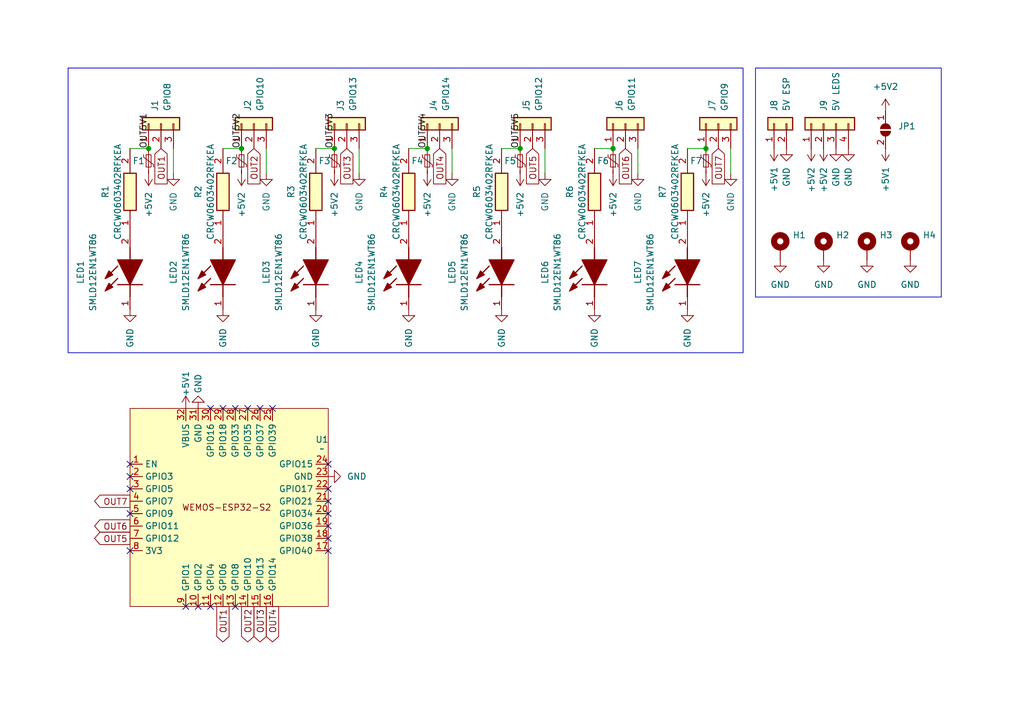
<source format=kicad_sch>
(kicad_sch (version 20231120) (generator "eeschema") (generator_version "8.0")
  (paper "A5")
  (lib_symbols
    (symbol "Connector_Generic:Conn_01x02" (pin_names (offset 1.016) hide)
      (property "Reference" "J" (at 0 2.54 0))
      (property "Value" "Conn_01x02" (at 0 -5.08 0))
      (symbol "Conn_01x02_1_1"
        (rectangle (start -1.27 -2.413) (end 0 -2.667) (stroke (width 0.1524)))
        (rectangle (start -1.27 0.127) (end 0 -0.127) (stroke (width 0.1524)))
        (rectangle (start -1.27 1.27) (end 1.27 -3.81) (stroke (width 0.254)) (fill (type background)))
        (pin passive line (at -5.08 0 0) (length 3.81) (name "Pin_1") (number "1"))
        (pin passive line (at -5.08 -2.54 0) (length 3.81) (name "Pin_2") (number "2"))
      )
    )
    (symbol "Connector_Generic:Conn_01x03" (pin_names (offset 1.016) hide)
      (property "Reference" "J" (at 0 5.08 0))
      (property "Value" "Conn_01x03" (at 0 -5.08 0))
      (symbol "Conn_01x03_1_1"
        (rectangle (start -1.27 -2.413) (end 0 -2.667) (stroke (width 0.1524)))
        (rectangle (start -1.27 0.127) (end 0 -0.127) (stroke (width 0.1524)))
        (rectangle (start -1.27 2.667) (end 0 2.413) (stroke (width 0.1524)))
        (rectangle (start -1.27 3.81) (end 1.27 -3.81) (stroke (width 0.254)) (fill (type background)))
        (pin passive line (at -5.08 2.54 0) (length 3.81) (name "Pin_1") (number "1"))
        (pin passive line (at -5.08 0 0) (length 3.81) (name "Pin_2") (number "2"))
        (pin passive line (at -5.08 -2.54 0) (length 3.81) (name "Pin_3") (number "3"))
      )
    )
    (symbol "Connector_Generic:Conn_01x04" (pin_names (offset 1.016) hide)
      (property "Reference" "J" (at 0 5.08 0))
      (property "Value" "Conn_01x04" (at 0 -7.62 0))
      (symbol "Conn_01x04_1_1"
        (rectangle (start -1.27 -4.953) (end 0 -5.207) (stroke (width 0.1524)))
        (rectangle (start -1.27 -2.413) (end 0 -2.667) (stroke (width 0.1524)))
        (rectangle (start -1.27 0.127) (end 0 -0.127) (stroke (width 0.1524)))
        (rectangle (start -1.27 2.667) (end 0 2.413) (stroke (width 0.1524)))
        (rectangle (start -1.27 3.81) (end 1.27 -6.35) (stroke (width 0.254)) (fill (type background)))
        (pin passive line (at -5.08 2.54 0) (length 3.81) (name "Pin_1") (number "1"))
        (pin passive line (at -5.08 0 0) (length 3.81) (name "Pin_2") (number "2"))
        (pin passive line (at -5.08 -2.54 0) (length 3.81) (name "Pin_3") (number "3"))
        (pin passive line (at -5.08 -5.08 0) (length 3.81) (name "Pin_4") (number "4"))
      )
    )
    (symbol "Device:Polyfuse_Small" (pin_numbers hide) (pin_names (offset 0))
      (property "Reference" "F" (at -1.905 0 90))
      (property "Value" "Polyfuse_Small" (at 1.905 0 90))
      (symbol "Polyfuse_Small_0_1"
        (rectangle (start -0.508 1.27) (end 0.508 -1.27))
        (polyline (pts (xy 0 2.54) (xy 0 -2.54)))
        (polyline (pts (xy -1.016 1.27) (xy -1.016 0.762) (xy 1.016 -0.762) (xy 1.016 -1.27)))
      )
      (symbol "Polyfuse_Small_1_1"
        (pin passive line (at 0 2.54 270) (length 0.635) (name "~") (number "1"))
        (pin passive line (at 0 -2.54 90) (length 0.635) (name "~") (number "2"))
      )
    )
    (symbol "Jumper:SolderJumper_2_Open" (pin_names (offset 0) hide)
      (property "Reference" "JP" (at 0 2.032 0))
      (property "Value" "SolderJumper_2_Open" (at 0 -2.54 0))
      (symbol "SolderJumper_2_Open_0_1"
        (arc (start -0.254 1.016) (mid -1.2656 0) (end -0.254 -1.016))
        (arc (start -0.254 1.016) (mid -1.2656 0) (end -0.254 -1.016) (fill (type outline)))
        (polyline (pts (xy -0.254 1.016) (xy -0.254 -1.016)))
        (polyline (pts (xy 0.254 1.016) (xy 0.254 -1.016)))
        (arc (start 0.254 -1.016) (mid 1.2656 0) (end 0.254 1.016))
        (arc (start 0.254 -1.016) (mid 1.2656 0) (end 0.254 1.016) (fill (type outline)))
      )
      (symbol "SolderJumper_2_Open_1_1"
        (pin passive line (at -3.81 0 0) (length 2.54) (name "A") (number "1"))
        (pin passive line (at 3.81 0 180) (length 2.54) (name "B") (number "2"))
      )
    )
    (symbol "Mechanical:MountingHole_Pad" (pin_numbers hide) (pin_names (offset 1.016) hide)
      (property "Reference" "H" (at 0 6.35 0))
      (property "Value" "MountingHole_Pad" (at 0 4.445 0))
      (symbol "MountingHole_Pad_0_1"
        (circle (center 0 1.27) (radius 1.27) (stroke (width 1.27)))
      )
      (symbol "MountingHole_Pad_1_1"
        (pin input line (at 0 -2.54 90) (length 2.54) (name "1") (number "1"))
      )
    )
    (symbol "Samacsys:CRCW0603402RFKEA" (pin_names hide)
      (property "Reference" "R" (at 13.97 6.35 0))
      (property "Value" "CRCW0603402RFKEA" (at 13.97 3.81 0))
      (symbol "CRCW0603402RFKEA_1_1"
        (rectangle (start 5.08 1.27) (end 12.7 -1.27) (stroke (width 0.254)) (fill (type background)))
        (pin passive line (at 0 0 0) (length 5.08) (name "1") (number "1"))
        (pin passive line (at 17.78 0 180) (length 5.08) (name "2") (number "2"))
      )
    )
    (symbol "Samacsys:SMLD12EN1WT86" (pin_names hide)
      (property "Reference" "LED" (at 12.7 8.89 0))
      (property "Value" "SMLD12EN1WT86" (at 12.7 6.35 0))
      (symbol "SMLD12EN1WT86_1_1"
        (polyline (pts (xy 2.54 0) (xy 5.08 0)) (stroke (width 0.254)))
        (polyline (pts (xy 5.08 2.54) (xy 5.08 -2.54)) (stroke (width 0.254)))
        (polyline (pts (xy 6.35 2.54) (xy 3.81 5.08)) (stroke (width 0.254)))
        (polyline (pts (xy 8.89 2.54) (xy 6.35 5.08)) (stroke (width 0.254)))
        (polyline (pts (xy 10.16 0) (xy 12.7 0)) (stroke (width 0.254)))
        (polyline (pts (xy 5.08 0) (xy 10.16 2.54) (xy 10.16 -2.54) (xy 5.08 0)) (stroke (width 0.254)) (fill (type outline)))
        (polyline (pts (xy 5.334 4.318) (xy 4.572 3.556) (xy 3.81 5.08) (xy 5.334 4.318)) (stroke (width 0.254)) (fill (type outline)))
        (polyline (pts (xy 7.874 4.318) (xy 7.112 3.556) (xy 6.35 5.08) (xy 7.874 4.318)) (stroke (width 0.254)) (fill (type outline)))
        (pin passive line (at 0 0 0) (length 2.54) (name "K") (number "1"))
        (pin passive line (at 15.24 0 180) (length 2.54) (name "A") (number "2"))
      )
    )
    (symbol "WEMOS-ESP32-S2:WEMOS-ESP32-S2"
      (property "Reference" "U" (at 14.986 14.986 0))
      (symbol "WEMOS-ESP32-S2_1_1"
        (rectangle (start -20.32 20.32) (end 20.32 -20.32) (fill (type background)))
        (text "WEMOS-ESP32-S2" (at -0.508 0 0) (effects (font (size 1.27 1.27))))
        (pin input line (at -20.32 8.89 0) (length 2.54) (name "EN") (number "1"))
        (pin input line (at -6.35 -20.32 90) (length 2.54) (name "GPIO2") (number "10"))
        (pin input line (at -3.81 -20.32 90) (length 2.54) (name "GPIO4") (number "11"))
        (pin input line (at -1.27 -20.32 90) (length 2.54) (name "GPIO6") (number "12"))
        (pin input line (at 1.27 -20.32 90) (length 2.54) (name "GPIO8") (number "13"))
        (pin input line (at 3.81 -20.32 90) (length 2.54) (name "GPIO10") (number "14"))
        (pin input line (at 6.35 -20.32 90) (length 2.54) (name "GPIO13") (number "15"))
        (pin input line (at 8.89 -20.32 90) (length 2.54) (name "GPIO14") (number "16"))
        (pin input line (at 20.32 -8.89 180) (length 2.54) (name "GPIO40") (number "17"))
        (pin input line (at 20.32 -6.35 180) (length 2.54) (name "GPIO38") (number "18"))
        (pin input line (at 20.32 -3.81 180) (length 2.54) (name "GPIO36") (number "19"))
        (pin input line (at -20.32 6.35 0) (length 2.54) (name "GPIO3") (number "2"))
        (pin input line (at 20.32 -1.27 180) (length 2.54) (name "GPIO34") (number "20"))
        (pin input line (at 20.32 1.27 180) (length 2.54) (name "GPIO21") (number "21"))
        (pin input line (at 20.32 3.81 180) (length 2.54) (name "GPIO17") (number "22"))
        (pin input line (at 20.32 6.35 180) (length 2.54) (name "GND") (number "23"))
        (pin input line (at 20.32 8.89 180) (length 2.54) (name "GPIO15") (number "24"))
        (pin input line (at 8.89 20.32 270) (length 2.54) (name "GPIO39") (number "25"))
        (pin input line (at 6.35 20.32 270) (length 2.54) (name "GPIO37") (number "26"))
        (pin input line (at 3.81 20.32 270) (length 2.54) (name "GPIO35") (number "27"))
        (pin input line (at 1.27 20.32 270) (length 2.54) (name "GPIO33") (number "28"))
        (pin input line (at -1.27 20.32 270) (length 2.54) (name "GPIO18") (number "29"))
        (pin input line (at -20.32 3.81 0) (length 2.54) (name "GPIO5") (number "3"))
        (pin input line (at -3.81 20.32 270) (length 2.54) (name "GPIO16") (number "30"))
        (pin input line (at -6.35 20.32 270) (length 2.54) (name "GND") (number "31"))
        (pin input line (at -8.89 20.32 270) (length 2.54) (name "VBUS") (number "32"))
        (pin input line (at -20.32 1.27 0) (length 2.54) (name "GPIO7") (number "4"))
        (pin input line (at -20.32 -1.27 0) (length 2.54) (name "GPIO9") (number "5"))
        (pin input line (at -20.32 -3.81 0) (length 2.54) (name "GPIO11") (number "6"))
        (pin input line (at -20.32 -6.35 0) (length 2.54) (name "GPIO12") (number "7"))
        (pin input line (at -20.32 -8.89 0) (length 2.54) (name "3V3") (number "8"))
        (pin input line (at -8.89 -20.32 90) (length 2.54) (name "GPIO1") (number "9"))
      )
    )
    (symbol "power:+5V" (power) (pin_numbers hide) (pin_names (offset 0) hide)
      (property "Value" "+5V" (at 0 3.556 0))
      (symbol "+5V_0_1"
        (polyline (pts (xy -0.762 1.27) (xy 0 2.54)))
        (polyline (pts (xy 0 0) (xy 0 2.54)))
        (polyline (pts (xy 0 2.54) (xy 0.762 1.27)))
      )
      (symbol "+5V_1_1"
        (pin power_in line (at 0 0 90) (length 0) (name "~") (number "1"))
      )
    )
    (symbol "power:GND" (power) (pin_numbers hide) (pin_names (offset 0) hide)
      (property "Value" "GND" (at 0 -3.81 0))
      (symbol "GND_0_1"
        (polyline (pts (xy 0 0) (xy 0 -1.27) (xy 1.27 -1.27) (xy 0 -2.54) (xy -1.27 -1.27) (xy 0 -1.27)))
      )
      (symbol "GND_1_1"
        (pin power_in line (at 0 0 270) (length 0) (name "~") (number "1"))
      )
    )
  )
  (junction (at 106.68 30.48))
  (junction (at 144.78 30.48))
  (junction (at 125.73 30.48))
  (junction (at 68.58 30.48))
  (junction (at 87.63 30.48))
  (junction (at 49.53 30.48))
  (junction (at 30.48 30.48))
  (no_connect (at 43.18 124.46))
  (no_connect (at 26.67 97.79))
  (no_connect (at 67.31 113.03))
  (no_connect (at 50.8 83.82))
  (no_connect (at 26.67 95.25))
  (no_connect (at 45.72 83.82))
  (no_connect (at 55.88 83.82))
  (no_connect (at 53.34 83.82))
  (no_connect (at 67.31 100.33))
  (no_connect (at 67.31 102.87))
  (no_connect (at 67.31 110.49))
  (no_connect (at 26.67 105.41))
  (no_connect (at 67.31 105.41))
  (no_connect (at 48.26 124.46))
  (no_connect (at 26.67 113.03))
  (no_connect (at 48.26 83.82))
  (no_connect (at 67.31 107.95))
  (no_connect (at 40.64 124.46))
  (no_connect (at 26.67 100.33))
  (no_connect (at 43.18 83.82))
  (no_connect (at 38.1 124.46))
  (no_connect (at 67.31 95.25))
  (wire (pts (xy 140.97 30.48) (xy 144.78 30.48)))
  (wire (pts (xy 121.92 30.48) (xy 125.73 30.48)))
  (wire (pts (xy 130.81 35.56) (xy 130.81 30.48)))
  (wire (pts (xy 102.87 30.48) (xy 106.68 30.48)))
  (wire (pts (xy 73.66 35.56) (xy 73.66 30.48)))
  (wire (pts (xy 149.86 35.56) (xy 149.86 30.48)))
  (wire (pts (xy 111.76 35.56) (xy 111.76 30.48)))
  (wire (pts (xy 45.72 30.48) (xy 49.53 30.48)))
  (wire (pts (xy 35.56 35.56) (xy 35.56 30.48)))
  (wire (pts (xy 64.77 30.48) (xy 68.58 30.48)))
  (wire (pts (xy 83.82 30.48) (xy 87.63 30.48)))
  (wire (pts (xy 92.71 35.56) (xy 92.71 30.48)))
  (wire (pts (xy 26.67 30.48) (xy 30.48 30.48)))
  (wire (pts (xy 54.61 35.56) (xy 54.61 30.48)))
  (rectangle (start 154.94 13.97) (end 193.04 60.96))
  (rectangle (start 13.97 13.97) (end 152.4 72.39))
  (label "OUT5V1" (at 30.48 30.48 90))
  (label "OUT5V5" (at 106.68 30.48 90))
  (label "OUT5V3" (at 68.58 30.48 90))
  (label "OUT5V4" (at 87.63 30.48 90))
  (label "OUT5V2" (at 49.53 30.48 90))
  (global_label "OUT2" (shape input) (at 52.07 30.48 270) (property "Intersheetrefs" "${INTERSHEET_REFS}" (effects (hide yes))))
  (global_label "OUT3" (shape output) (at 53.34 124.46 270) (property "Intersheetrefs" "${INTERSHEET_REFS}" (effects (hide yes))))
  (global_label "OUT5" (shape output) (at 26.67 110.49 180) (property "Intersheetrefs" "${INTERSHEET_REFS}" (effects (hide yes))))
  (global_label "OUT1" (shape output) (at 45.72 124.46 270) (property "Intersheetrefs" "${INTERSHEET_REFS}" (effects (hide yes))))
  (global_label "OUT1" (shape input) (at 33.02 30.48 270) (property "Intersheetrefs" "${INTERSHEET_REFS}" (effects (hide yes))))
  (global_label "OUT4" (shape output) (at 55.88 124.46 270) (property "Intersheetrefs" "${INTERSHEET_REFS}" (effects (hide yes))))
  (global_label "OUT3" (shape input) (at 71.12 30.48 270) (property "Intersheetrefs" "${INTERSHEET_REFS}" (effects (hide yes))))
  (global_label "OUT7" (shape input) (at 147.32 30.48 270) (property "Intersheetrefs" "${INTERSHEET_REFS}" (effects (hide yes))))
  (global_label "OUT4" (shape input) (at 90.17 30.48 270) (property "Intersheetrefs" "${INTERSHEET_REFS}" (effects (hide yes))))
  (global_label "OUT7" (shape output) (at 26.67 102.87 180) (property "Intersheetrefs" "${INTERSHEET_REFS}" (effects (hide yes))))
  (global_label "OUT6" (shape input) (at 128.27 30.48 270) (property "Intersheetrefs" "${INTERSHEET_REFS}" (effects (hide yes))))
  (global_label "OUT5" (shape input) (at 109.22 30.48 270) (property "Intersheetrefs" "${INTERSHEET_REFS}" (effects (hide yes))))
  (global_label "OUT2" (shape output) (at 50.8 124.46 270) (property "Intersheetrefs" "${INTERSHEET_REFS}" (effects (hide yes))))
  (global_label "OUT6" (shape output) (at 26.67 107.95 180) (property "Intersheetrefs" "${INTERSHEET_REFS}" (effects (hide yes))))
  (symbol (lib_id "Samacsys:SMLD12EN1WT86") (at 26.67 63.5 90) (unit 1)
    (property "Reference" "LED1" (at 16.51 55.88 0))
    (property "Value" "SMLD12EN1WT86" (at 19.05 55.88 0))
    (property "Footprint" "Samacsys:LEDM168X65N" (effects (hide yes)))
    (property "Datasheet" "https://datasheet.datasheetarchive.com/originals/distributors/Datasheets_SAMA/8f824a900f8c9a143b1c3640e6aee7b7.pdf" (effects (hide yes)))
    (property "Description" "ROHM SMLD12EN1WT86, SMLD12 527 nm Green LED, 1608 (0603) SMD package" (effects (hide yes)))
    (property "Height" "0.65" (effects (hide yes)))
    (property "Mouser Part Number" "755-SMLD12EN1WT86" (effects (hide yes)))
    (property "Mouser Price/Stock" "https://www.mouser.co.uk/ProductDetail/ROHM-Semiconductor/SMLD12EN1WT86?qs=qSfuJ%252Bfl%2Fd4fR%252B9yZydIwg%3D%3D" (effects (hide yes)))
    (property "Manufacturer_Name" "ROHM Semiconductor" (effects (hide yes)))
    (property "Manufacturer_Part_Number" "SMLD12EN1WT86" (effects (hide yes)))
  )
  (symbol (lib_id "Connector_Generic:Conn_01x03") (at 109.22 25.4 90) (unit 1) (in_bom no)
    (property "Reference" "J5" (at 107.9499 22.86 0) (effects (justify left)))
    (property "Value" "GPIO12" (at 110.4899 22.86 0) (effects (justify left)))
    (property "Footprint" "Connectors:Custom solderWire 1x03 with relief" (effects (hide yes)))
    (property "Description" "Generic connector, single row, 01x03, script generated (kicad-library-utils/schlib/autogen/connector/)" (effects (hide yes)))
  )
  (symbol (lib_id "power:+5V") (at 144.78 35.56 180) (unit 1)
    (property "Reference" "#PWR021" (effects (hide yes)))
    (property "Value" "+5V2" (at 144.7799 39.37 90) (effects (justify left)))
    (property "Description" "Power symbol creates a global label with name \"+5V\"" (effects (hide yes)))
  )
  (symbol (lib_id "Mechanical:MountingHole_Pad") (at 186.69 50.8 0) (unit 1) (in_bom no)
    (property "Reference" "H4" (at 189.23 48.2599 0) (effects (justify left)))
    (property "Value" "MountingHole_Pad" (effects (hide yes)))
    (property "Footprint" "MountingHole:MountingHole_3.2mm_M3_ISO14580_Pad" (effects (hide yes)))
    (property "Description" "Mounting Hole with connection" (effects (hide yes)))
  )
  (symbol (lib_id "Device:Polyfuse_Small") (at 106.68 33.02 180) (unit 1)
    (property "Reference" "F5" (at 104.648 33.02 0))
    (property "Value" "Polyfuse_Small" (effects (hide yes)))
    (property "Footprint" "KiCad:1812L010DR" (effects (hide yes)))
    (property "Description" "Resettable fuse, polymeric positive temperature coefficient, small symbol" (effects (hide yes)))
    (property "Mouser Part Number" "652-MF-MSMF260-2 " (effects (hide yes)))
    (property "Manufacturer_Part_Number" "MF-MSMF260-2 " (effects (hide yes)))
  )
  (symbol (lib_id "power:GND") (at 140.97 63.5 0) (unit 1)
    (property "Reference" "#PWR033" (effects (hide yes)))
    (property "Value" "GND" (at 140.9699 67.31 90) (effects (justify right)))
    (property "Description" "Power symbol creates a global label with name \"GND\" , ground" (effects (hide yes)))
  )
  (symbol (lib_id "Samacsys:CRCW0603402RFKEA") (at 26.67 48.26 90) (unit 1)
    (property "Reference" "R1" (at 21.59 39.37 0))
    (property "Value" "CRCW0603402RFKEA" (at 24.13 39.37 0))
    (property "Footprint" "Samacsys:RESC1608X50N" (effects (hide yes)))
    (property "Datasheet" "http://www.vishay.com/docs/20035/dcrcwe3.pdf" (effects (hide yes)))
    (property "Description" "Vishay CRCW Series Thick Film Surface Mount Resistor 0603 Case 402 +/-1% 0.1W +/-100ppm/C" (effects (hide yes)))
    (property "Height" "0.5" (effects (hide yes)))
    (property "Mouser Part Number" "71-CRCW0603-402-E3" (effects (hide yes)))
    (property "Mouser Price/Stock" "https://www.mouser.co.uk/ProductDetail/Vishay-Dale/CRCW0603402RFKEA?qs=PlgT7GGookHxID%2FOfdNhwg%3D%3D" (effects (hide yes)))
    (property "Manufacturer_Name" "Vishay" (effects (hide yes)))
    (property "Manufacturer_Part_Number" "CRCW0603402RFKEA" (effects (hide yes)))
  )
  (symbol (lib_id "Device:Polyfuse_Small") (at 68.58 33.02 180) (unit 1)
    (property "Reference" "F3" (at 66.548 33.02 0))
    (property "Value" "Polyfuse_Small" (effects (hide yes)))
    (property "Footprint" "KiCad:1812L010DR" (effects (hide yes)))
    (property "Description" "Resettable fuse, polymeric positive temperature coefficient, small symbol" (effects (hide yes)))
    (property "Mouser Part Number" "652-MF-MSMF260-2 " (effects (hide yes)))
    (property "Manufacturer_Part_Number" "MF-MSMF260-2 " (effects (hide yes)))
  )
  (symbol (lib_id "Jumper:SolderJumper_2_Open") (at 181.61 26.67 90) (mirror x) (unit 1) (in_bom no)
    (property "Reference" "JP1" (at 184.15 25.908 90) (effects (justify right)))
    (property "Value" "SolderJumper_2_Open" (effects (hide yes)))
    (property "Footprint" "Jumper:SolderJumper-2_P1.3mm_Open_TrianglePad1.0x1.5mm" (effects (hide yes)))
    (property "Description" "Solder Jumper, 2-pole, open" (effects (hide yes)))
  )
  (symbol (lib_id "WEMOS-ESP32-S2:WEMOS-ESP32-S2") (at 46.99 104.14 0) (unit 1) (in_bom no)
    (property "Reference" "U1" (at 66.04 90.2014 0))
    (property "Value" "~" (at 66.04 92.1065 0))
    (property "Footprint" "WEMOS-ESP32-S2:WEMOS-ESP32-S2" (effects (hide yes)))
  )
  (symbol (lib_id "power:GND") (at 160.02 53.34 0) (unit 1)
    (property "Reference" "#PWR023" (effects (hide yes)))
    (property "Value" "GND" (at 160.02 58.42 0))
    (property "Description" "Power symbol creates a global label with name \"GND\" , ground" (effects (hide yes)))
  )
  (symbol (lib_id "power:+5V") (at 68.58 35.56 180) (unit 1)
    (property "Reference" "#PWR013" (effects (hide yes)))
    (property "Value" "+5V2" (at 68.5799 39.37 90) (effects (justify left)))
    (property "Description" "Power symbol creates a global label with name \"+5V\"" (effects (hide yes)))
  )
  (symbol (lib_id "Connector_Generic:Conn_01x03") (at 52.07 25.4 90) (unit 1) (in_bom no)
    (property "Reference" "J2" (at 50.7999 22.86 0) (effects (justify left)))
    (property "Value" "GPIO10" (at 53.3399 22.86 0) (effects (justify left)))
    (property "Footprint" "Connectors:Custom solderWire 1x03 with relief" (effects (hide yes)))
    (property "Description" "Generic connector, single row, 01x03, script generated (kicad-library-utils/schlib/autogen/connector/)" (effects (hide yes)))
  )
  (symbol (lib_id "power:GND") (at 35.56 35.56 0) (unit 1)
    (property "Reference" "#PWR010" (effects (hide yes)))
    (property "Value" "GND" (at 35.5599 39.37 90) (effects (justify right)))
    (property "Description" "Power symbol creates a global label with name \"GND\" , ground" (effects (hide yes)))
  )
  (symbol (lib_id "power:+5V") (at 87.63 35.56 180) (unit 1)
    (property "Reference" "#PWR015" (effects (hide yes)))
    (property "Value" "+5V2" (at 87.6299 39.37 90) (effects (justify left)))
    (property "Description" "Power symbol creates a global label with name \"+5V\"" (effects (hide yes)))
  )
  (symbol (lib_id "Device:Polyfuse_Small") (at 49.53 33.02 180) (unit 1)
    (property "Reference" "F2" (at 47.498 33.02 0))
    (property "Value" "Polyfuse_Small" (effects (hide yes)))
    (property "Footprint" "KiCad:1812L010DR" (effects (hide yes)))
    (property "Description" "Resettable fuse, polymeric positive temperature coefficient, small symbol" (effects (hide yes)))
    (property "Mouser Part Number" "652-MF-MSMF260-2 " (effects (hide yes)))
    (property "Manufacturer_Part_Number" "MF-MSMF260-2 " (effects (hide yes)))
  )
  (symbol (lib_id "Mechanical:MountingHole_Pad") (at 168.91 50.8 0) (unit 1) (in_bom no)
    (property "Reference" "H2" (at 171.45 48.2599 0) (effects (justify left)))
    (property "Value" "MountingHole_Pad" (effects (hide yes)))
    (property "Footprint" "MountingHole:MountingHole_3.2mm_M3_ISO14580_Pad" (effects (hide yes)))
    (property "Description" "Mounting Hole with connection" (effects (hide yes)))
  )
  (symbol (lib_id "power:+5V") (at 106.68 35.56 180) (unit 1)
    (property "Reference" "#PWR017" (effects (hide yes)))
    (property "Value" "+5V2" (at 106.6799 39.37 90) (effects (justify left)))
    (property "Description" "Power symbol creates a global label with name \"+5V\"" (effects (hide yes)))
  )
  (symbol (lib_id "power:+5V") (at 49.53 35.56 180) (unit 1)
    (property "Reference" "#PWR011" (effects (hide yes)))
    (property "Value" "+5V2" (at 49.5299 39.37 90) (effects (justify left)))
    (property "Description" "Power symbol creates a global label with name \"+5V\"" (effects (hide yes)))
  )
  (symbol (lib_id "power:+5V") (at 30.48 35.56 180) (unit 1)
    (property "Reference" "#PWR09" (effects (hide yes)))
    (property "Value" "+5V2" (at 30.4799 39.37 90) (effects (justify left)))
    (property "Description" "Power symbol creates a global label with name \"+5V\"" (effects (hide yes)))
  )
  (symbol (lib_id "power:GND") (at 67.31 97.79 90) (unit 1)
    (property "Reference" "#PWR036" (effects (hide yes)))
    (property "Value" "GND" (at 71.12 97.7899 90) (effects (justify right)))
    (property "Description" "Power symbol creates a global label with name \"GND\" , ground" (effects (hide yes)))
  )
  (symbol (lib_id "power:+5V") (at 125.73 35.56 180) (unit 1)
    (property "Reference" "#PWR019" (effects (hide yes)))
    (property "Value" "+5V2" (at 125.7299 39.37 90) (effects (justify left)))
    (property "Description" "Power symbol creates a global label with name \"+5V\"" (effects (hide yes)))
  )
  (symbol (lib_id "power:GND") (at 40.64 83.82 180) (unit 1)
    (property "Reference" "#PWR035" (effects (hide yes)))
    (property "Value" "GND" (at 40.64 78.74 90))
    (property "Description" "Power symbol creates a global label with name \"GND\" , ground" (effects (hide yes)))
  )
  (symbol (lib_id "power:GND") (at 173.99 30.48 0) (unit 1)
    (property "Reference" "#PWR07" (effects (hide yes)))
    (property "Value" "GND" (at 173.9899 34.29 90) (effects (justify right)))
    (property "Description" "Power symbol creates a global label with name \"GND\" , ground" (effects (hide yes)))
  )
  (symbol (lib_id "Mechanical:MountingHole_Pad") (at 177.8 50.8 0) (unit 1) (in_bom no)
    (property "Reference" "H3" (at 180.34 48.2599 0) (effects (justify left)))
    (property "Value" "MountingHole_Pad" (effects (hide yes)))
    (property "Footprint" "MountingHole:MountingHole_3.2mm_M3_ISO14580_Pad" (effects (hide yes)))
    (property "Description" "Mounting Hole with connection" (effects (hide yes)))
  )
  (symbol (lib_id "Device:Polyfuse_Small") (at 87.63 33.02 180) (unit 1)
    (property "Reference" "F4" (at 85.598 33.02 0))
    (property "Value" "Polyfuse_Small" (effects (hide yes)))
    (property "Footprint" "KiCad:1812L010DR" (effects (hide yes)))
    (property "Description" "Resettable fuse, polymeric positive temperature coefficient, small symbol" (effects (hide yes)))
    (property "Mouser Part Number" "652-MF-MSMF260-2 " (effects (hide yes)))
    (property "Manufacturer_Part_Number" "MF-MSMF260-2 " (effects (hide yes)))
  )
  (symbol (lib_id "Samacsys:CRCW0603402RFKEA") (at 45.72 48.26 90) (unit 1)
    (property "Reference" "R2" (at 40.64 39.37 0))
    (property "Value" "CRCW0603402RFKEA" (at 43.18 39.37 0))
    (property "Footprint" "Samacsys:RESC1608X50N" (effects (hide yes)))
    (property "Datasheet" "http://www.vishay.com/docs/20035/dcrcwe3.pdf" (effects (hide yes)))
    (property "Description" "Vishay CRCW Series Thick Film Surface Mount Resistor 0603 Case 402 +/-1% 0.1W +/-100ppm/C" (effects (hide yes)))
    (property "Height" "0.5" (effects (hide yes)))
    (property "Mouser Part Number" "71-CRCW0603-402-E3" (effects (hide yes)))
    (property "Mouser Price/Stock" "https://www.mouser.co.uk/ProductDetail/Vishay-Dale/CRCW0603402RFKEA?qs=PlgT7GGookHxID%2FOfdNhwg%3D%3D" (effects (hide yes)))
    (property "Manufacturer_Name" "Vishay" (effects (hide yes)))
    (property "Manufacturer_Part_Number" "CRCW0603402RFKEA" (effects (hide yes)))
  )
  (symbol (lib_id "Samacsys:SMLD12EN1WT86") (at 64.77 63.5 90) (unit 1)
    (property "Reference" "LED3" (at 54.61 55.88 0))
    (property "Value" "SMLD12EN1WT86" (at 57.15 55.88 0))
    (property "Footprint" "Samacsys:LEDM168X65N" (effects (hide yes)))
    (property "Datasheet" "https://datasheet.datasheetarchive.com/originals/distributors/Datasheets_SAMA/8f824a900f8c9a143b1c3640e6aee7b7.pdf" (effects (hide yes)))
    (property "Description" "ROHM SMLD12EN1WT86, SMLD12 527 nm Green LED, 1608 (0603) SMD package" (effects (hide yes)))
    (property "Height" "0.65" (effects (hide yes)))
    (property "Mouser Part Number" "755-SMLD12EN1WT86" (effects (hide yes)))
    (property "Mouser Price/Stock" "https://www.mouser.co.uk/ProductDetail/ROHM-Semiconductor/SMLD12EN1WT86?qs=qSfuJ%252Bfl%2Fd4fR%252B9yZydIwg%3D%3D" (effects (hide yes)))
    (property "Manufacturer_Name" "ROHM Semiconductor" (effects (hide yes)))
    (property "Manufacturer_Part_Number" "SMLD12EN1WT86" (effects (hide yes)))
  )
  (symbol (lib_id "power:GND") (at 177.8 53.34 0) (unit 1)
    (property "Reference" "#PWR025" (effects (hide yes)))
    (property "Value" "GND" (at 177.8 58.42 0))
    (property "Description" "Power symbol creates a global label with name \"GND\" , ground" (effects (hide yes)))
  )
  (symbol (lib_id "Samacsys:SMLD12EN1WT86") (at 140.97 63.5 90) (unit 1)
    (property "Reference" "LED7" (at 130.81 55.88 0))
    (property "Value" "SMLD12EN1WT86" (at 133.35 55.88 0))
    (property "Footprint" "Samacsys:LEDM168X65N" (effects (hide yes)))
    (property "Datasheet" "https://datasheet.datasheetarchive.com/originals/distributors/Datasheets_SAMA/8f824a900f8c9a143b1c3640e6aee7b7.pdf" (effects (hide yes)))
    (property "Description" "ROHM SMLD12EN1WT86, SMLD12 527 nm Green LED, 1608 (0603) SMD package" (effects (hide yes)))
    (property "Height" "0.65" (effects (hide yes)))
    (property "Mouser Part Number" "755-SMLD12EN1WT86" (effects (hide yes)))
    (property "Mouser Price/Stock" "https://www.mouser.co.uk/ProductDetail/ROHM-Semiconductor/SMLD12EN1WT86?qs=qSfuJ%252Bfl%2Fd4fR%252B9yZydIwg%3D%3D" (effects (hide yes)))
    (property "Manufacturer_Name" "ROHM Semiconductor" (effects (hide yes)))
    (property "Manufacturer_Part_Number" "SMLD12EN1WT86" (effects (hide yes)))
  )
  (symbol (lib_id "power:GND") (at 83.82 63.5 0) (unit 1)
    (property "Reference" "#PWR030" (effects (hide yes)))
    (property "Value" "GND" (at 83.8199 67.31 90) (effects (justify right)))
    (property "Description" "Power symbol creates a global label with name \"GND\" , ground" (effects (hide yes)))
  )
  (symbol (lib_id "Samacsys:SMLD12EN1WT86") (at 83.82 63.5 90) (unit 1)
    (property "Reference" "LED4" (at 73.66 55.88 0))
    (property "Value" "SMLD12EN1WT86" (at 76.2 55.88 0))
    (property "Footprint" "Samacsys:LEDM168X65N" (effects (hide yes)))
    (property "Datasheet" "https://datasheet.datasheetarchive.com/originals/distributors/Datasheets_SAMA/8f824a900f8c9a143b1c3640e6aee7b7.pdf" (effects (hide yes)))
    (property "Description" "ROHM SMLD12EN1WT86, SMLD12 527 nm Green LED, 1608 (0603) SMD package" (effects (hide yes)))
    (property "Height" "0.65" (effects (hide yes)))
    (property "Mouser Part Number" "755-SMLD12EN1WT86" (effects (hide yes)))
    (property "Mouser Price/Stock" "https://www.mouser.co.uk/ProductDetail/ROHM-Semiconductor/SMLD12EN1WT86?qs=qSfuJ%252Bfl%2Fd4fR%252B9yZydIwg%3D%3D" (effects (hide yes)))
    (property "Manufacturer_Name" "ROHM Semiconductor" (effects (hide yes)))
    (property "Manufacturer_Part_Number" "SMLD12EN1WT86" (effects (hide yes)))
  )
  (symbol (lib_id "Device:Polyfuse_Small") (at 30.48 33.02 180) (unit 1)
    (property "Reference" "F1" (at 28.448 33.02 0))
    (property "Value" "Polyfuse_Small" (effects (hide yes)))
    (property "Footprint" "KiCad:1812L010DR" (effects (hide yes)))
    (property "Description" "Resettable fuse, polymeric positive temperature coefficient, small symbol" (effects (hide yes)))
    (property "Mouser Part Number" "652-MF-MSMF260-2 " (effects (hide yes)))
    (property "Manufacturer_Part_Number" "MF-MSMF260-2 " (effects (hide yes)))
  )
  (symbol (lib_id "power:+5V") (at 38.1 83.82 0) (unit 1)
    (property "Reference" "#PWR034" (effects (hide yes)))
    (property "Value" "+5V1" (at 38.1 78.74 90))
    (property "Description" "Power symbol creates a global label with name \"+5V\"" (effects (hide yes)))
  )
  (symbol (lib_id "power:GND") (at 121.92 63.5 0) (unit 1)
    (property "Reference" "#PWR032" (effects (hide yes)))
    (property "Value" "GND" (at 121.9199 67.31 90) (effects (justify right)))
    (property "Description" "Power symbol creates a global label with name \"GND\" , ground" (effects (hide yes)))
  )
  (symbol (lib_id "power:GND") (at 111.76 35.56 0) (unit 1)
    (property "Reference" "#PWR018" (effects (hide yes)))
    (property "Value" "GND" (at 111.7599 39.37 90) (effects (justify right)))
    (property "Description" "Power symbol creates a global label with name \"GND\" , ground" (effects (hide yes)))
  )
  (symbol (lib_id "power:+5V") (at 168.91 30.48 180) (unit 1)
    (property "Reference" "#PWR05" (effects (hide yes)))
    (property "Value" "+5V2" (at 168.9099 34.29 90) (effects (justify left)))
    (property "Description" "Power symbol creates a global label with name \"+5V\"" (effects (hide yes)))
  )
  (symbol (lib_id "power:GND") (at 64.77 63.5 0) (unit 1)
    (property "Reference" "#PWR029" (effects (hide yes)))
    (property "Value" "GND" (at 64.7699 67.31 90) (effects (justify right)))
    (property "Description" "Power symbol creates a global label with name \"GND\" , ground" (effects (hide yes)))
  )
  (symbol (lib_id "power:GND") (at 130.81 35.56 0) (unit 1)
    (property "Reference" "#PWR020" (effects (hide yes)))
    (property "Value" "GND" (at 130.8099 39.37 90) (effects (justify right)))
    (property "Description" "Power symbol creates a global label with name \"GND\" , ground" (effects (hide yes)))
  )
  (symbol (lib_id "power:GND") (at 73.66 35.56 0) (unit 1)
    (property "Reference" "#PWR014" (effects (hide yes)))
    (property "Value" "GND" (at 73.6599 39.37 90) (effects (justify right)))
    (property "Description" "Power symbol creates a global label with name \"GND\" , ground" (effects (hide yes)))
  )
  (symbol (lib_id "power:GND") (at 54.61 35.56 0) (unit 1)
    (property "Reference" "#PWR012" (effects (hide yes)))
    (property "Value" "GND" (at 54.6099 39.37 90) (effects (justify right)))
    (property "Description" "Power symbol creates a global label with name \"GND\" , ground" (effects (hide yes)))
  )
  (symbol (lib_id "Connector_Generic:Conn_01x03") (at 33.02 25.4 90) (unit 1) (in_bom no)
    (property "Reference" "J1" (at 31.7499 22.86 0) (effects (justify left)))
    (property "Value" "GPIO8" (at 34.2899 22.86 0) (effects (justify left)))
    (property "Footprint" "Connectors:Custom solderWire 1x03 with relief" (effects (hide yes)))
    (property "Description" "Generic connector, single row, 01x03, script generated (kicad-library-utils/schlib/autogen/connector/)" (effects (hide yes)))
  )
  (symbol (lib_id "power:+5V") (at 181.61 22.86 0) (mirror y) (unit 1)
    (property "Reference" "#PWR01" (effects (hide yes)))
    (property "Value" "+5V2" (at 181.61 17.78 0))
    (property "Description" "Power symbol creates a global label with name \"+5V\"" (effects (hide yes)))
  )
  (symbol (lib_id "Samacsys:SMLD12EN1WT86") (at 45.72 63.5 90) (unit 1)
    (property "Reference" "LED2" (at 35.56 55.88 0))
    (property "Value" "SMLD12EN1WT86" (at 38.1 55.88 0))
    (property "Footprint" "Samacsys:LEDM168X65N" (effects (hide yes)))
    (property "Datasheet" "https://datasheet.datasheetarchive.com/originals/distributors/Datasheets_SAMA/8f824a900f8c9a143b1c3640e6aee7b7.pdf" (effects (hide yes)))
    (property "Description" "ROHM SMLD12EN1WT86, SMLD12 527 nm Green LED, 1608 (0603) SMD package" (effects (hide yes)))
    (property "Height" "0.65" (effects (hide yes)))
    (property "Mouser Part Number" "755-SMLD12EN1WT86" (effects (hide yes)))
    (property "Mouser Price/Stock" "https://www.mouser.co.uk/ProductDetail/ROHM-Semiconductor/SMLD12EN1WT86?qs=qSfuJ%252Bfl%2Fd4fR%252B9yZydIwg%3D%3D" (effects (hide yes)))
    (property "Manufacturer_Name" "ROHM Semiconductor" (effects (hide yes)))
    (property "Manufacturer_Part_Number" "SMLD12EN1WT86" (effects (hide yes)))
  )
  (symbol (lib_id "power:+5V") (at 166.37 30.48 180) (unit 1)
    (property "Reference" "#PWR04" (effects (hide yes)))
    (property "Value" "+5V2" (at 166.3699 34.29 90) (effects (justify left)))
    (property "Description" "Power symbol creates a global label with name \"+5V\"" (effects (hide yes)))
  )
  (symbol (lib_id "Connector_Generic:Conn_01x04") (at 168.91 25.4 90) (unit 1) (in_bom no)
    (property "Reference" "J9" (at 168.9099 22.86 0) (effects (justify left)))
    (property "Value" "5V LEDS" (at 171.4499 22.86 0) (effects (justify left)))
    (property "Footprint" "Connectors:Custom SolderWire 1x04 with relief" (effects (hide yes)))
    (property "Description" "Generic connector, single row, 01x04, script generated (kicad-library-utils/schlib/autogen/connector/)" (effects (hide yes)))
  )
  (symbol (lib_id "power:GND") (at 92.71 35.56 0) (unit 1)
    (property "Reference" "#PWR016" (effects (hide yes)))
    (property "Value" "GND" (at 92.7099 39.37 90) (effects (justify right)))
    (property "Description" "Power symbol creates a global label with name \"GND\" , ground" (effects (hide yes)))
  )
  (symbol (lib_id "power:GND") (at 161.29 30.48 0) (unit 1)
    (property "Reference" "#PWR03" (effects (hide yes)))
    (property "Value" "GND" (at 161.2899 34.29 90) (effects (justify right)))
    (property "Description" "Power symbol creates a global label with name \"GND\" , ground" (effects (hide yes)))
  )
  (symbol (lib_id "Samacsys:CRCW0603402RFKEA") (at 102.87 48.26 90) (unit 1)
    (property "Reference" "R5" (at 97.79 39.37 0))
    (property "Value" "CRCW0603402RFKEA" (at 100.33 39.37 0))
    (property "Footprint" "Samacsys:RESC1608X50N" (effects (hide yes)))
    (property "Datasheet" "http://www.vishay.com/docs/20035/dcrcwe3.pdf" (effects (hide yes)))
    (property "Description" "Vishay CRCW Series Thick Film Surface Mount Resistor 0603 Case 402 +/-1% 0.1W +/-100ppm/C" (effects (hide yes)))
    (property "Height" "0.5" (effects (hide yes)))
    (property "Mouser Part Number" "71-CRCW0603-402-E3" (effects (hide yes)))
    (property "Mouser Price/Stock" "https://www.mouser.co.uk/ProductDetail/Vishay-Dale/CRCW0603402RFKEA?qs=PlgT7GGookHxID%2FOfdNhwg%3D%3D" (effects (hide yes)))
    (property "Manufacturer_Name" "Vishay" (effects (hide yes)))
    (property "Manufacturer_Part_Number" "CRCW0603402RFKEA" (effects (hide yes)))
  )
  (symbol (lib_id "Samacsys:CRCW0603402RFKEA") (at 140.97 48.26 90) (unit 1)
    (property "Reference" "R7" (at 135.89 39.37 0))
    (property "Value" "CRCW0603402RFKEA" (at 138.43 39.37 0))
    (property "Footprint" "Samacsys:RESC1608X50N" (effects (hide yes)))
    (property "Datasheet" "http://www.vishay.com/docs/20035/dcrcwe3.pdf" (effects (hide yes)))
    (property "Description" "Vishay CRCW Series Thick Film Surface Mount Resistor 0603 Case 402 +/-1% 0.1W +/-100ppm/C" (effects (hide yes)))
    (property "Height" "0.5" (effects (hide yes)))
    (property "Mouser Part Number" "71-CRCW0603-402-E3" (effects (hide yes)))
    (property "Mouser Price/Stock" "https://www.mouser.co.uk/ProductDetail/Vishay-Dale/CRCW0603402RFKEA?qs=PlgT7GGookHxID%2FOfdNhwg%3D%3D" (effects (hide yes)))
    (property "Manufacturer_Name" "Vishay" (effects (hide yes)))
    (property "Manufacturer_Part_Number" "CRCW0603402RFKEA" (effects (hide yes)))
  )
  (symbol (lib_id "Device:Polyfuse_Small") (at 144.78 33.02 180) (unit 1)
    (property "Reference" "F7" (at 142.748 33.02 0))
    (property "Value" "Polyfuse_Small" (effects (hide yes)))
    (property "Footprint" "KiCad:1812L010DR" (effects (hide yes)))
    (property "Description" "Resettable fuse, polymeric positive temperature coefficient, small symbol" (effects (hide yes)))
    (property "Mouser Part Number" "652-MF-MSMF260-2 " (effects (hide yes)))
    (property "Manufacturer_Part_Number" "MF-MSMF260-2 " (effects (hide yes)))
  )
  (symbol (lib_id "power:GND") (at 168.91 53.34 0) (unit 1)
    (property "Reference" "#PWR024" (effects (hide yes)))
    (property "Value" "GND" (at 168.91 58.42 0))
    (property "Description" "Power symbol creates a global label with name \"GND\" , ground" (effects (hide yes)))
  )
  (symbol (lib_id "power:+5V") (at 158.75 30.48 180) (unit 1)
    (property "Reference" "#PWR02" (effects (hide yes)))
    (property "Value" "+5V1" (at 158.75 36.83 90))
    (property "Description" "Power symbol creates a global label with name \"+5V\"" (effects (hide yes)))
  )
  (symbol (lib_id "Samacsys:SMLD12EN1WT86") (at 121.92 63.5 90) (unit 1)
    (property "Reference" "LED6" (at 111.76 55.88 0))
    (property "Value" "SMLD12EN1WT86" (at 114.3 55.88 0))
    (property "Footprint" "Samacsys:LEDM168X65N" (effects (hide yes)))
    (property "Datasheet" "https://datasheet.datasheetarchive.com/originals/distributors/Datasheets_SAMA/8f824a900f8c9a143b1c3640e6aee7b7.pdf" (effects (hide yes)))
    (property "Description" "ROHM SMLD12EN1WT86, SMLD12 527 nm Green LED, 1608 (0603) SMD package" (effects (hide yes)))
    (property "Height" "0.65" (effects (hide yes)))
    (property "Mouser Part Number" "755-SMLD12EN1WT86" (effects (hide yes)))
    (property "Mouser Price/Stock" "https://www.mouser.co.uk/ProductDetail/ROHM-Semiconductor/SMLD12EN1WT86?qs=qSfuJ%252Bfl%2Fd4fR%252B9yZydIwg%3D%3D" (effects (hide yes)))
    (property "Manufacturer_Name" "ROHM Semiconductor" (effects (hide yes)))
    (property "Manufacturer_Part_Number" "SMLD12EN1WT86" (effects (hide yes)))
  )
  (symbol (lib_id "Connector_Generic:Conn_01x03") (at 71.12 25.4 90) (unit 1) (in_bom no)
    (property "Reference" "J3" (at 69.8499 22.86 0) (effects (justify left)))
    (property "Value" "GPIO13" (at 72.3899 22.86 0) (effects (justify left)))
    (property "Footprint" "Connectors:Custom solderWire 1x03 with relief" (effects (hide yes)))
    (property "Description" "Generic connector, single row, 01x03, script generated (kicad-library-utils/schlib/autogen/connector/)" (effects (hide yes)))
  )
  (symbol (lib_id "Samacsys:SMLD12EN1WT86") (at 102.87 63.5 90) (unit 1)
    (property "Reference" "LED5" (at 92.71 55.88 0))
    (property "Value" "SMLD12EN1WT86" (at 95.25 55.88 0))
    (property "Footprint" "Samacsys:LEDM168X65N" (effects (hide yes)))
    (property "Datasheet" "https://datasheet.datasheetarchive.com/originals/distributors/Datasheets_SAMA/8f824a900f8c9a143b1c3640e6aee7b7.pdf" (effects (hide yes)))
    (property "Description" "ROHM SMLD12EN1WT86, SMLD12 527 nm Green LED, 1608 (0603) SMD package" (effects (hide yes)))
    (property "Height" "0.65" (effects (hide yes)))
    (property "Mouser Part Number" "755-SMLD12EN1WT86" (effects (hide yes)))
    (property "Mouser Price/Stock" "https://www.mouser.co.uk/ProductDetail/ROHM-Semiconductor/SMLD12EN1WT86?qs=qSfuJ%252Bfl%2Fd4fR%252B9yZydIwg%3D%3D" (effects (hide yes)))
    (property "Manufacturer_Name" "ROHM Semiconductor" (effects (hide yes)))
    (property "Manufacturer_Part_Number" "SMLD12EN1WT86" (effects (hide yes)))
  )
  (symbol (lib_id "power:GND") (at 26.67 63.5 0) (unit 1)
    (property "Reference" "#PWR027" (effects (hide yes)))
    (property "Value" "GND" (at 26.6699 67.31 90) (effects (justify right)))
    (property "Description" "Power symbol creates a global label with name \"GND\" , ground" (effects (hide yes)))
  )
  (symbol (lib_id "Connector_Generic:Conn_01x02") (at 158.75 25.4 90) (unit 1) (in_bom no)
    (property "Reference" "J8" (at 158.7499 22.86 0) (effects (justify left)))
    (property "Value" "5V ESP" (at 161.2899 22.86 0) (effects (justify left)))
    (property "Footprint" "Connector_Wire:SolderWire-0.25sqmm_1x02_P4.2mm_D0.65mm_OD1.7mm_Relief" (effects (hide yes)))
    (property "Description" "Generic connector, single row, 01x02, script generated (kicad-library-utils/schlib/autogen/connector/)" (effects (hide yes)))
  )
  (symbol (lib_id "power:GND") (at 102.87 63.5 0) (unit 1)
    (property "Reference" "#PWR031" (effects (hide yes)))
    (property "Value" "GND" (at 102.8699 67.31 90) (effects (justify right)))
    (property "Description" "Power symbol creates a global label with name \"GND\" , ground" (effects (hide yes)))
  )
  (symbol (lib_id "Connector_Generic:Conn_01x03") (at 128.27 25.4 90) (unit 1) (in_bom no)
    (property "Reference" "J6" (at 126.9999 22.86 0) (effects (justify left)))
    (property "Value" "GPIO11" (at 129.5399 22.86 0) (effects (justify left)))
    (property "Footprint" "Connectors:Custom solderWire 1x03 with relief" (effects (hide yes)))
    (property "Description" "Generic connector, single row, 01x03, script generated (kicad-library-utils/schlib/autogen/connector/)" (effects (hide yes)))
  )
  (symbol (lib_id "Samacsys:CRCW0603402RFKEA") (at 121.92 48.26 90) (unit 1)
    (property "Reference" "R6" (at 116.84 39.37 0))
    (property "Value" "CRCW0603402RFKEA" (at 119.38 39.37 0))
    (property "Footprint" "Samacsys:RESC1608X50N" (effects (hide yes)))
    (property "Datasheet" "http://www.vishay.com/docs/20035/dcrcwe3.pdf" (effects (hide yes)))
    (property "Description" "Vishay CRCW Series Thick Film Surface Mount Resistor 0603 Case 402 +/-1% 0.1W +/-100ppm/C" (effects (hide yes)))
    (property "Height" "0.5" (effects (hide yes)))
    (property "Mouser Part Number" "71-CRCW0603-402-E3" (effects (hide yes)))
    (property "Mouser Price/Stock" "https://www.mouser.co.uk/ProductDetail/Vishay-Dale/CRCW0603402RFKEA?qs=PlgT7GGookHxID%2FOfdNhwg%3D%3D" (effects (hide yes)))
    (property "Manufacturer_Name" "Vishay" (effects (hide yes)))
    (property "Manufacturer_Part_Number" "CRCW0603402RFKEA" (effects (hide yes)))
  )
  (symbol (lib_id "Samacsys:CRCW0603402RFKEA") (at 83.82 48.26 90) (unit 1)
    (property "Reference" "R4" (at 78.74 39.37 0))
    (property "Value" "CRCW0603402RFKEA" (at 81.28 39.37 0))
    (property "Footprint" "Samacsys:RESC1608X50N" (effects (hide yes)))
    (property "Datasheet" "http://www.vishay.com/docs/20035/dcrcwe3.pdf" (effects (hide yes)))
    (property "Description" "Vishay CRCW Series Thick Film Surface Mount Resistor 0603 Case 402 +/-1% 0.1W +/-100ppm/C" (effects (hide yes)))
    (property "Height" "0.5" (effects (hide yes)))
    (property "Mouser Part Number" "71-CRCW0603-402-E3" (effects (hide yes)))
    (property "Mouser Price/Stock" "https://www.mouser.co.uk/ProductDetail/Vishay-Dale/CRCW0603402RFKEA?qs=PlgT7GGookHxID%2FOfdNhwg%3D%3D" (effects (hide yes)))
    (property "Manufacturer_Name" "Vishay" (effects (hide yes)))
    (property "Manufacturer_Part_Number" "CRCW0603402RFKEA" (effects (hide yes)))
  )
  (symbol (lib_id "Connector_Generic:Conn_01x03") (at 90.17 25.4 90) (unit 1) (in_bom no)
    (property "Reference" "J4" (at 88.8999 22.86 0) (effects (justify left)))
    (property "Value" "GPIO14" (at 91.4399 22.86 0) (effects (justify left)))
    (property "Footprint" "Connectors:Custom solderWire 1x03 with relief" (effects (hide yes)))
    (property "Description" "Generic connector, single row, 01x03, script generated (kicad-library-utils/schlib/autogen/connector/)" (effects (hide yes)))
  )
  (symbol (lib_id "power:GND") (at 186.69 53.34 0) (unit 1)
    (property "Reference" "#PWR026" (effects (hide yes)))
    (property "Value" "GND" (at 186.69 58.42 0))
    (property "Description" "Power symbol creates a global label with name \"GND\" , ground" (effects (hide yes)))
  )
  (symbol (lib_id "power:+5V") (at 181.61 30.48 0) (mirror x) (unit 1)
    (property "Reference" "#PWR08" (effects (hide yes)))
    (property "Value" "+5V1" (at 181.61 36.83 90))
    (property "Description" "Power symbol creates a global label with name \"+5V\"" (effects (hide yes)))
  )
  (symbol (lib_id "Connector_Generic:Conn_01x03") (at 147.32 25.4 90) (unit 1) (in_bom no)
    (property "Reference" "J7" (at 146.0499 22.86 0) (effects (justify left)))
    (property "Value" "GPIO9" (at 148.5899 22.86 0) (effects (justify left)))
    (property "Footprint" "Connectors:Custom solderWire 1x03 with relief" (effects (hide yes)))
    (property "Description" "Generic connector, single row, 01x03, script generated (kicad-library-utils/schlib/autogen/connector/)" (effects (hide yes)))
  )
  (symbol (lib_id "Mechanical:MountingHole_Pad") (at 160.02 50.8 0) (unit 1) (in_bom no)
    (property "Reference" "H1" (at 162.56 48.2599 0) (effects (justify left)))
    (property "Value" "MountingHole_Pad" (effects (hide yes)))
    (property "Footprint" "MountingHole:MountingHole_3.2mm_M3_ISO14580_Pad" (effects (hide yes)))
    (property "Description" "Mounting Hole with connection" (effects (hide yes)))
  )
  (symbol (lib_id "Device:Polyfuse_Small") (at 125.73 33.02 180) (unit 1)
    (property "Reference" "F6" (at 123.698 33.02 0))
    (property "Value" "Polyfuse_Small" (effects (hide yes)))
    (property "Footprint" "KiCad:1812L010DR" (effects (hide yes)))
    (property "Description" "Resettable fuse, polymeric positive temperature coefficient, small symbol" (effects (hide yes)))
    (property "Mouser Part Number" "652-MF-MSMF260-2 " (effects (hide yes)))
    (property "Manufacturer_Part_Number" "MF-MSMF260-2 " (effects (hide yes)))
  )
  (symbol (lib_id "power:GND") (at 45.72 63.5 0) (unit 1)
    (property "Reference" "#PWR028" (effects (hide yes)))
    (property "Value" "GND" (at 45.7199 67.31 90) (effects (justify right)))
    (property "Description" "Power symbol creates a global label with name \"GND\" , ground" (effects (hide yes)))
  )
  (symbol (lib_id "power:GND") (at 149.86 35.56 0) (unit 1)
    (property "Reference" "#PWR022" (effects (hide yes)))
    (property "Value" "GND" (at 149.8599 39.37 90) (effects (justify right)))
    (property "Description" "Power symbol creates a global label with name \"GND\" , ground" (effects (hide yes)))
  )
  (symbol (lib_id "power:GND") (at 171.45 30.48 0) (unit 1)
    (property "Reference" "#PWR06" (effects (hide yes)))
    (property "Value" "GND" (at 171.4499 34.29 90) (effects (justify right)))
    (property "Description" "Power symbol creates a global label with name \"GND\" , ground" (effects (hide yes)))
  )
  (symbol (lib_id "Samacsys:CRCW0603402RFKEA") (at 64.77 48.26 90) (unit 1)
    (property "Reference" "R3" (at 59.69 39.37 0))
    (property "Value" "CRCW0603402RFKEA" (at 62.23 39.37 0))
    (property "Footprint" "Samacsys:RESC1608X50N" (effects (hide yes)))
    (property "Datasheet" "http://www.vishay.com/docs/20035/dcrcwe3.pdf" (effects (hide yes)))
    (property "Description" "Vishay CRCW Series Thick Film Surface Mount Resistor 0603 Case 402 +/-1% 0.1W +/-100ppm/C" (effects (hide yes)))
    (property "Height" "0.5" (effects (hide yes)))
    (property "Mouser Part Number" "71-CRCW0603-402-E3" (effects (hide yes)))
    (property "Mouser Price/Stock" "https://www.mouser.co.uk/ProductDetail/Vishay-Dale/CRCW0603402RFKEA?qs=PlgT7GGookHxID%2FOfdNhwg%3D%3D" (effects (hide yes)))
    (property "Manufacturer_Name" "Vishay" (effects (hide yes)))
    (property "Manufacturer_Part_Number" "CRCW0603402RFKEA" (effects (hide yes)))
  )
)
</source>
